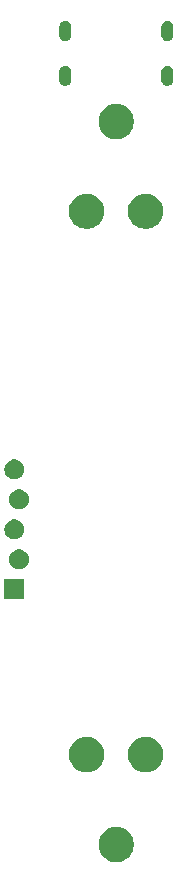
<source format=gbr>
%TF.GenerationSoftware,KiCad,Pcbnew,9.0.7*%
%TF.CreationDate,2026-02-15T21:55:52-05:00*%
%TF.ProjectId,Photon,50686f74-6f6e-42e6-9b69-6361645f7063,1.4*%
%TF.SameCoordinates,Original*%
%TF.FileFunction,Soldermask,Bot*%
%TF.FilePolarity,Negative*%
%FSLAX46Y46*%
G04 Gerber Fmt 4.6, Leading zero omitted, Abs format (unit mm)*
G04 Created by KiCad (PCBNEW 9.0.7) date 2026-02-15 21:55:52*
%MOMM*%
%LPD*%
G01*
G04 APERTURE LIST*
G04 APERTURE END LIST*
G36*
X97683968Y-96676445D02*
G01*
X97907825Y-96749181D01*
X98117548Y-96856040D01*
X98307972Y-96994391D01*
X98474409Y-97160828D01*
X98612760Y-97351252D01*
X98719619Y-97560975D01*
X98792355Y-97784832D01*
X98829176Y-98017311D01*
X98829176Y-98252689D01*
X98792355Y-98485168D01*
X98719619Y-98709025D01*
X98612760Y-98918748D01*
X98474409Y-99109172D01*
X98307972Y-99275609D01*
X98117548Y-99413960D01*
X97907825Y-99520819D01*
X97683968Y-99593555D01*
X97451489Y-99630376D01*
X97216111Y-99630376D01*
X96983632Y-99593555D01*
X96759775Y-99520819D01*
X96550052Y-99413960D01*
X96359628Y-99275609D01*
X96193191Y-99109172D01*
X96054840Y-98918748D01*
X95947981Y-98709025D01*
X95875245Y-98485168D01*
X95838424Y-98252689D01*
X95838424Y-98017311D01*
X95875245Y-97784832D01*
X95947981Y-97560975D01*
X96054840Y-97351252D01*
X96193191Y-97160828D01*
X96359628Y-96994391D01*
X96550052Y-96856040D01*
X96759775Y-96749181D01*
X96983632Y-96676445D01*
X97216111Y-96639624D01*
X97451489Y-96639624D01*
X97683968Y-96676445D01*
G37*
G36*
X95183968Y-89076445D02*
G01*
X95407825Y-89149181D01*
X95617548Y-89256040D01*
X95807972Y-89394391D01*
X95974409Y-89560828D01*
X96112760Y-89751252D01*
X96219619Y-89960975D01*
X96292355Y-90184832D01*
X96329176Y-90417311D01*
X96329176Y-90652689D01*
X96292355Y-90885168D01*
X96219619Y-91109025D01*
X96112760Y-91318748D01*
X95974409Y-91509172D01*
X95807972Y-91675609D01*
X95617548Y-91813960D01*
X95407825Y-91920819D01*
X95183968Y-91993555D01*
X94951489Y-92030376D01*
X94716111Y-92030376D01*
X94483632Y-91993555D01*
X94259775Y-91920819D01*
X94050052Y-91813960D01*
X93859628Y-91675609D01*
X93693191Y-91509172D01*
X93554840Y-91318748D01*
X93447981Y-91109025D01*
X93375245Y-90885168D01*
X93338424Y-90652689D01*
X93338424Y-90417311D01*
X93375245Y-90184832D01*
X93447981Y-89960975D01*
X93554840Y-89751252D01*
X93693191Y-89560828D01*
X93859628Y-89394391D01*
X94050052Y-89256040D01*
X94259775Y-89149181D01*
X94483632Y-89076445D01*
X94716111Y-89039624D01*
X94951489Y-89039624D01*
X95183968Y-89076445D01*
G37*
G36*
X100183968Y-89076445D02*
G01*
X100407825Y-89149181D01*
X100617548Y-89256040D01*
X100807972Y-89394391D01*
X100974409Y-89560828D01*
X101112760Y-89751252D01*
X101219619Y-89960975D01*
X101292355Y-90184832D01*
X101329176Y-90417311D01*
X101329176Y-90652689D01*
X101292355Y-90885168D01*
X101219619Y-91109025D01*
X101112760Y-91318748D01*
X100974409Y-91509172D01*
X100807972Y-91675609D01*
X100617548Y-91813960D01*
X100407825Y-91920819D01*
X100183968Y-91993555D01*
X99951489Y-92030376D01*
X99716111Y-92030376D01*
X99483632Y-91993555D01*
X99259775Y-91920819D01*
X99050052Y-91813960D01*
X98859628Y-91675609D01*
X98693191Y-91509172D01*
X98554840Y-91318748D01*
X98447981Y-91109025D01*
X98375245Y-90885168D01*
X98338424Y-90652689D01*
X98338424Y-90417311D01*
X98375245Y-90184832D01*
X98447981Y-89960975D01*
X98554840Y-89751252D01*
X98693191Y-89560828D01*
X98859628Y-89394391D01*
X99050052Y-89256040D01*
X99259775Y-89149181D01*
X99483632Y-89076445D01*
X99716111Y-89039624D01*
X99951489Y-89039624D01*
X100183968Y-89076445D01*
G37*
G36*
X89555000Y-77405000D02*
G01*
X87855000Y-77405000D01*
X87855000Y-75705000D01*
X89555000Y-75705000D01*
X89555000Y-77405000D01*
G37*
G36*
X89351742Y-73201601D02*
G01*
X89505687Y-73265367D01*
X89644234Y-73357941D01*
X89762059Y-73475766D01*
X89854633Y-73614313D01*
X89918399Y-73768258D01*
X89950907Y-73931685D01*
X89950907Y-74098315D01*
X89918399Y-74261742D01*
X89854633Y-74415687D01*
X89762059Y-74554234D01*
X89644234Y-74672059D01*
X89505687Y-74764633D01*
X89351742Y-74828399D01*
X89188315Y-74860907D01*
X89021685Y-74860907D01*
X88858258Y-74828399D01*
X88704313Y-74764633D01*
X88565766Y-74672059D01*
X88447941Y-74554234D01*
X88355367Y-74415687D01*
X88291601Y-74261742D01*
X88259093Y-74098315D01*
X88259093Y-73931685D01*
X88291601Y-73768258D01*
X88355367Y-73614313D01*
X88447941Y-73475766D01*
X88565766Y-73357941D01*
X88704313Y-73265367D01*
X88858258Y-73201601D01*
X89021685Y-73169093D01*
X89188315Y-73169093D01*
X89351742Y-73201601D01*
G37*
G36*
X88951742Y-70661601D02*
G01*
X89105687Y-70725367D01*
X89244234Y-70817941D01*
X89362059Y-70935766D01*
X89454633Y-71074313D01*
X89518399Y-71228258D01*
X89550907Y-71391685D01*
X89550907Y-71558315D01*
X89518399Y-71721742D01*
X89454633Y-71875687D01*
X89362059Y-72014234D01*
X89244234Y-72132059D01*
X89105687Y-72224633D01*
X88951742Y-72288399D01*
X88788315Y-72320907D01*
X88621685Y-72320907D01*
X88458258Y-72288399D01*
X88304313Y-72224633D01*
X88165766Y-72132059D01*
X88047941Y-72014234D01*
X87955367Y-71875687D01*
X87891601Y-71721742D01*
X87859093Y-71558315D01*
X87859093Y-71391685D01*
X87891601Y-71228258D01*
X87955367Y-71074313D01*
X88047941Y-70935766D01*
X88165766Y-70817941D01*
X88304313Y-70725367D01*
X88458258Y-70661601D01*
X88621685Y-70629093D01*
X88788315Y-70629093D01*
X88951742Y-70661601D01*
G37*
G36*
X89351742Y-68121601D02*
G01*
X89505687Y-68185367D01*
X89644234Y-68277941D01*
X89762059Y-68395766D01*
X89854633Y-68534313D01*
X89918399Y-68688258D01*
X89950907Y-68851685D01*
X89950907Y-69018315D01*
X89918399Y-69181742D01*
X89854633Y-69335687D01*
X89762059Y-69474234D01*
X89644234Y-69592059D01*
X89505687Y-69684633D01*
X89351742Y-69748399D01*
X89188315Y-69780907D01*
X89021685Y-69780907D01*
X88858258Y-69748399D01*
X88704313Y-69684633D01*
X88565766Y-69592059D01*
X88447941Y-69474234D01*
X88355367Y-69335687D01*
X88291601Y-69181742D01*
X88259093Y-69018315D01*
X88259093Y-68851685D01*
X88291601Y-68688258D01*
X88355367Y-68534313D01*
X88447941Y-68395766D01*
X88565766Y-68277941D01*
X88704313Y-68185367D01*
X88858258Y-68121601D01*
X89021685Y-68089093D01*
X89188315Y-68089093D01*
X89351742Y-68121601D01*
G37*
G36*
X88951742Y-65581601D02*
G01*
X89105687Y-65645367D01*
X89244234Y-65737941D01*
X89362059Y-65855766D01*
X89454633Y-65994313D01*
X89518399Y-66148258D01*
X89550907Y-66311685D01*
X89550907Y-66478315D01*
X89518399Y-66641742D01*
X89454633Y-66795687D01*
X89362059Y-66934234D01*
X89244234Y-67052059D01*
X89105687Y-67144633D01*
X88951742Y-67208399D01*
X88788315Y-67240907D01*
X88621685Y-67240907D01*
X88458258Y-67208399D01*
X88304313Y-67144633D01*
X88165766Y-67052059D01*
X88047941Y-66934234D01*
X87955367Y-66795687D01*
X87891601Y-66641742D01*
X87859093Y-66478315D01*
X87859093Y-66311685D01*
X87891601Y-66148258D01*
X87955367Y-65994313D01*
X88047941Y-65855766D01*
X88165766Y-65737941D01*
X88304313Y-65645367D01*
X88458258Y-65581601D01*
X88621685Y-65549093D01*
X88788315Y-65549093D01*
X88951742Y-65581601D01*
G37*
G36*
X95183968Y-43076445D02*
G01*
X95407825Y-43149181D01*
X95617548Y-43256040D01*
X95807972Y-43394391D01*
X95974409Y-43560828D01*
X96112760Y-43751252D01*
X96219619Y-43960975D01*
X96292355Y-44184832D01*
X96329176Y-44417311D01*
X96329176Y-44652689D01*
X96292355Y-44885168D01*
X96219619Y-45109025D01*
X96112760Y-45318748D01*
X95974409Y-45509172D01*
X95807972Y-45675609D01*
X95617548Y-45813960D01*
X95407825Y-45920819D01*
X95183968Y-45993555D01*
X94951489Y-46030376D01*
X94716111Y-46030376D01*
X94483632Y-45993555D01*
X94259775Y-45920819D01*
X94050052Y-45813960D01*
X93859628Y-45675609D01*
X93693191Y-45509172D01*
X93554840Y-45318748D01*
X93447981Y-45109025D01*
X93375245Y-44885168D01*
X93338424Y-44652689D01*
X93338424Y-44417311D01*
X93375245Y-44184832D01*
X93447981Y-43960975D01*
X93554840Y-43751252D01*
X93693191Y-43560828D01*
X93859628Y-43394391D01*
X94050052Y-43256040D01*
X94259775Y-43149181D01*
X94483632Y-43076445D01*
X94716111Y-43039624D01*
X94951489Y-43039624D01*
X95183968Y-43076445D01*
G37*
G36*
X100183968Y-43076445D02*
G01*
X100407825Y-43149181D01*
X100617548Y-43256040D01*
X100807972Y-43394391D01*
X100974409Y-43560828D01*
X101112760Y-43751252D01*
X101219619Y-43960975D01*
X101292355Y-44184832D01*
X101329176Y-44417311D01*
X101329176Y-44652689D01*
X101292355Y-44885168D01*
X101219619Y-45109025D01*
X101112760Y-45318748D01*
X100974409Y-45509172D01*
X100807972Y-45675609D01*
X100617548Y-45813960D01*
X100407825Y-45920819D01*
X100183968Y-45993555D01*
X99951489Y-46030376D01*
X99716111Y-46030376D01*
X99483632Y-45993555D01*
X99259775Y-45920819D01*
X99050052Y-45813960D01*
X98859628Y-45675609D01*
X98693191Y-45509172D01*
X98554840Y-45318748D01*
X98447981Y-45109025D01*
X98375245Y-44885168D01*
X98338424Y-44652689D01*
X98338424Y-44417311D01*
X98375245Y-44184832D01*
X98447981Y-43960975D01*
X98554840Y-43751252D01*
X98693191Y-43560828D01*
X98859628Y-43394391D01*
X99050052Y-43256040D01*
X99259775Y-43149181D01*
X99483632Y-43076445D01*
X99716111Y-43039624D01*
X99951489Y-43039624D01*
X100183968Y-43076445D01*
G37*
G36*
X97683968Y-35476445D02*
G01*
X97907825Y-35549181D01*
X98117548Y-35656040D01*
X98307972Y-35794391D01*
X98474409Y-35960828D01*
X98612760Y-36151252D01*
X98719619Y-36360975D01*
X98792355Y-36584832D01*
X98829176Y-36817311D01*
X98829176Y-37052689D01*
X98792355Y-37285168D01*
X98719619Y-37509025D01*
X98612760Y-37718748D01*
X98474409Y-37909172D01*
X98307972Y-38075609D01*
X98117548Y-38213960D01*
X97907825Y-38320819D01*
X97683968Y-38393555D01*
X97451489Y-38430376D01*
X97216111Y-38430376D01*
X96983632Y-38393555D01*
X96759775Y-38320819D01*
X96550052Y-38213960D01*
X96359628Y-38075609D01*
X96193191Y-37909172D01*
X96054840Y-37718748D01*
X95947981Y-37509025D01*
X95875245Y-37285168D01*
X95838424Y-37052689D01*
X95838424Y-36817311D01*
X95875245Y-36584832D01*
X95947981Y-36360975D01*
X96054840Y-36151252D01*
X96193191Y-35960828D01*
X96359628Y-35794391D01*
X96550052Y-35656040D01*
X96759775Y-35549181D01*
X96983632Y-35476445D01*
X97216111Y-35439624D01*
X97451489Y-35439624D01*
X97683968Y-35476445D01*
G37*
G36*
X93205142Y-32261060D02*
G01*
X93318181Y-32326323D01*
X93410477Y-32418619D01*
X93475740Y-32531658D01*
X93509522Y-32657737D01*
X93513800Y-32723000D01*
X93513800Y-33423000D01*
X93509522Y-33488263D01*
X93475740Y-33614342D01*
X93410477Y-33727381D01*
X93318181Y-33819677D01*
X93205142Y-33884940D01*
X93079063Y-33918722D01*
X92948537Y-33918722D01*
X92822458Y-33884940D01*
X92709419Y-33819677D01*
X92617123Y-33727381D01*
X92551860Y-33614342D01*
X92518078Y-33488263D01*
X92513800Y-33423000D01*
X92513800Y-32723000D01*
X92518078Y-32657737D01*
X92551860Y-32531658D01*
X92617123Y-32418619D01*
X92709419Y-32326323D01*
X92822458Y-32261060D01*
X92948537Y-32227278D01*
X93079063Y-32227278D01*
X93205142Y-32261060D01*
G37*
G36*
X101845142Y-32261060D02*
G01*
X101958181Y-32326323D01*
X102050477Y-32418619D01*
X102115740Y-32531658D01*
X102149522Y-32657737D01*
X102153800Y-32723000D01*
X102153800Y-33423000D01*
X102149522Y-33488263D01*
X102115740Y-33614342D01*
X102050477Y-33727381D01*
X101958181Y-33819677D01*
X101845142Y-33884940D01*
X101719063Y-33918722D01*
X101588537Y-33918722D01*
X101462458Y-33884940D01*
X101349419Y-33819677D01*
X101257123Y-33727381D01*
X101191860Y-33614342D01*
X101158078Y-33488263D01*
X101153800Y-33423000D01*
X101153800Y-32723000D01*
X101158078Y-32657737D01*
X101191860Y-32531658D01*
X101257123Y-32418619D01*
X101349419Y-32326323D01*
X101462458Y-32261060D01*
X101588537Y-32227278D01*
X101719063Y-32227278D01*
X101845142Y-32261060D01*
G37*
G36*
X93205142Y-28461060D02*
G01*
X93318181Y-28526323D01*
X93410477Y-28618619D01*
X93475740Y-28731658D01*
X93509522Y-28857737D01*
X93513800Y-28923000D01*
X93513800Y-29623000D01*
X93509522Y-29688263D01*
X93475740Y-29814342D01*
X93410477Y-29927381D01*
X93318181Y-30019677D01*
X93205142Y-30084940D01*
X93079063Y-30118722D01*
X92948537Y-30118722D01*
X92822458Y-30084940D01*
X92709419Y-30019677D01*
X92617123Y-29927381D01*
X92551860Y-29814342D01*
X92518078Y-29688263D01*
X92513800Y-29623000D01*
X92513800Y-28923000D01*
X92518078Y-28857737D01*
X92551860Y-28731658D01*
X92617123Y-28618619D01*
X92709419Y-28526323D01*
X92822458Y-28461060D01*
X92948537Y-28427278D01*
X93079063Y-28427278D01*
X93205142Y-28461060D01*
G37*
G36*
X101845142Y-28461060D02*
G01*
X101958181Y-28526323D01*
X102050477Y-28618619D01*
X102115740Y-28731658D01*
X102149522Y-28857737D01*
X102153800Y-28923000D01*
X102153800Y-29623000D01*
X102149522Y-29688263D01*
X102115740Y-29814342D01*
X102050477Y-29927381D01*
X101958181Y-30019677D01*
X101845142Y-30084940D01*
X101719063Y-30118722D01*
X101588537Y-30118722D01*
X101462458Y-30084940D01*
X101349419Y-30019677D01*
X101257123Y-29927381D01*
X101191860Y-29814342D01*
X101158078Y-29688263D01*
X101153800Y-29623000D01*
X101153800Y-28923000D01*
X101158078Y-28857737D01*
X101191860Y-28731658D01*
X101257123Y-28618619D01*
X101349419Y-28526323D01*
X101462458Y-28461060D01*
X101588537Y-28427278D01*
X101719063Y-28427278D01*
X101845142Y-28461060D01*
G37*
M02*

</source>
